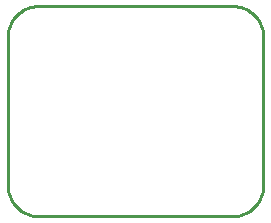
<source format=gbr>
G04 EAGLE Gerber RS-274X export*
G75*
%MOMM*%
%FSLAX34Y34*%
%LPD*%
%IN*%
%IPPOS*%
%AMOC8*
5,1,8,0,0,1.08239X$1,22.5*%
G01*
%ADD10C,0.254000*%


D10*
X0Y25400D02*
X97Y23186D01*
X386Y20989D01*
X865Y18826D01*
X1532Y16713D01*
X2380Y14666D01*
X3403Y12700D01*
X4594Y10831D01*
X5942Y9073D01*
X7440Y7440D01*
X9073Y5942D01*
X10831Y4594D01*
X12700Y3403D01*
X14666Y2380D01*
X16713Y1532D01*
X18826Y865D01*
X20989Y386D01*
X23186Y97D01*
X25400Y0D01*
X190500Y0D01*
X192714Y97D01*
X194911Y386D01*
X197074Y865D01*
X199187Y1532D01*
X201235Y2380D01*
X203200Y3403D01*
X205069Y4594D01*
X206827Y5942D01*
X208461Y7440D01*
X209958Y9073D01*
X211306Y10831D01*
X212497Y12700D01*
X213520Y14666D01*
X214368Y16713D01*
X215035Y18826D01*
X215514Y20989D01*
X215803Y23186D01*
X215900Y25400D01*
X215900Y152400D01*
X215803Y154614D01*
X215514Y156811D01*
X215035Y158974D01*
X214368Y161087D01*
X213520Y163135D01*
X212497Y165100D01*
X211306Y166969D01*
X209958Y168727D01*
X208461Y170361D01*
X206827Y171858D01*
X205069Y173206D01*
X203200Y174397D01*
X201235Y175420D01*
X199187Y176268D01*
X197074Y176935D01*
X194911Y177414D01*
X192714Y177703D01*
X190500Y177800D01*
X25400Y177800D01*
X23186Y177703D01*
X20989Y177414D01*
X18826Y176935D01*
X16713Y176268D01*
X14666Y175420D01*
X12700Y174397D01*
X10831Y173206D01*
X9073Y171858D01*
X7440Y170361D01*
X5942Y168727D01*
X4594Y166969D01*
X3403Y165100D01*
X2380Y163135D01*
X1532Y161087D01*
X865Y158974D01*
X386Y156811D01*
X97Y154614D01*
X0Y152400D01*
X0Y25400D01*
M02*

</source>
